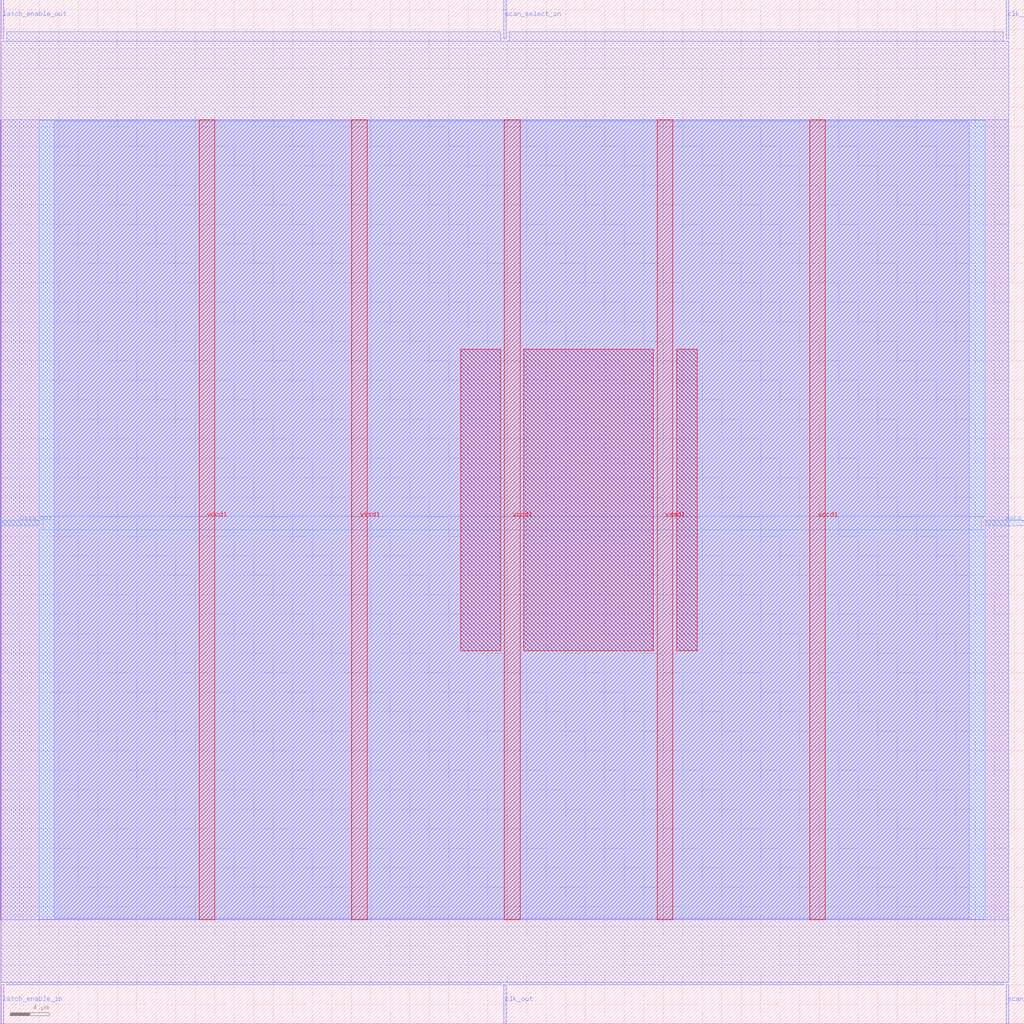
<source format=lef>
VERSION 5.7 ;
  NOWIREEXTENSIONATPIN ON ;
  DIVIDERCHAR "/" ;
  BUSBITCHARS "[]" ;
MACRO scan_wrapper_341493393195532884
  CLASS BLOCK ;
  FOREIGN scan_wrapper_341493393195532884 ;
  ORIGIN 0.000 0.000 ;
  SIZE 105.000 BY 105.000 ;
  PIN clk_in
    DIRECTION INPUT ;
    USE SIGNAL ;
    PORT
      LAYER met2 ;
        RECT 103.130 101.000 103.410 105.000 ;
    END
  END clk_in
  PIN clk_out
    DIRECTION OUTPUT TRISTATE ;
    USE SIGNAL ;
    PORT
      LAYER met2 ;
        RECT 51.610 0.000 51.890 4.000 ;
    END
  END clk_out
  PIN data_in
    DIRECTION INPUT ;
    USE SIGNAL ;
    PORT
      LAYER met3 ;
        RECT 101.000 51.040 105.000 51.640 ;
    END
  END data_in
  PIN data_out
    DIRECTION OUTPUT TRISTATE ;
    USE SIGNAL ;
    PORT
      LAYER met3 ;
        RECT 0.000 51.040 4.000 51.640 ;
    END
  END data_out
  PIN latch_enable_in
    DIRECTION INPUT ;
    USE SIGNAL ;
    PORT
      LAYER met2 ;
        RECT 0.090 0.000 0.370 4.000 ;
    END
  END latch_enable_in
  PIN latch_enable_out
    DIRECTION OUTPUT TRISTATE ;
    USE SIGNAL ;
    PORT
      LAYER met2 ;
        RECT 0.090 101.000 0.370 105.000 ;
    END
  END latch_enable_out
  PIN scan_select_in
    DIRECTION INPUT ;
    USE SIGNAL ;
    PORT
      LAYER met2 ;
        RECT 51.610 101.000 51.890 105.000 ;
    END
  END scan_select_in
  PIN scan_select_out
    DIRECTION OUTPUT TRISTATE ;
    USE SIGNAL ;
    PORT
      LAYER met2 ;
        RECT 103.130 0.000 103.410 4.000 ;
    END
  END scan_select_out
  PIN vccd1
    DIRECTION INPUT ;
    USE POWER ;
    PORT
      LAYER met4 ;
        RECT 20.380 10.640 21.980 92.720 ;
    END
    PORT
      LAYER met4 ;
        RECT 51.700 10.640 53.300 92.720 ;
    END
    PORT
      LAYER met4 ;
        RECT 83.020 10.640 84.620 92.720 ;
    END
  END vccd1
  PIN vssd1
    DIRECTION INPUT ;
    USE GROUND ;
    PORT
      LAYER met4 ;
        RECT 36.040 10.640 37.640 92.720 ;
    END
    PORT
      LAYER met4 ;
        RECT 67.360 10.640 68.960 92.720 ;
    END
  END vssd1
  OBS
      LAYER li1 ;
        RECT 5.520 10.795 99.360 92.565 ;
      LAYER met1 ;
        RECT 0.070 10.640 103.430 92.720 ;
      LAYER met2 ;
        RECT 0.650 100.720 51.330 101.730 ;
        RECT 52.170 100.720 102.850 101.730 ;
        RECT 0.100 4.280 103.400 100.720 ;
        RECT 0.650 4.000 51.330 4.280 ;
        RECT 52.170 4.000 102.850 4.280 ;
      LAYER met3 ;
        RECT 4.000 52.040 101.000 92.645 ;
        RECT 4.400 50.640 100.600 52.040 ;
        RECT 4.000 10.715 101.000 50.640 ;
      LAYER met4 ;
        RECT 47.215 38.255 51.300 69.185 ;
        RECT 53.700 38.255 66.960 69.185 ;
        RECT 69.360 38.255 71.465 69.185 ;
  END
END scan_wrapper_341493393195532884
END LIBRARY


</source>
